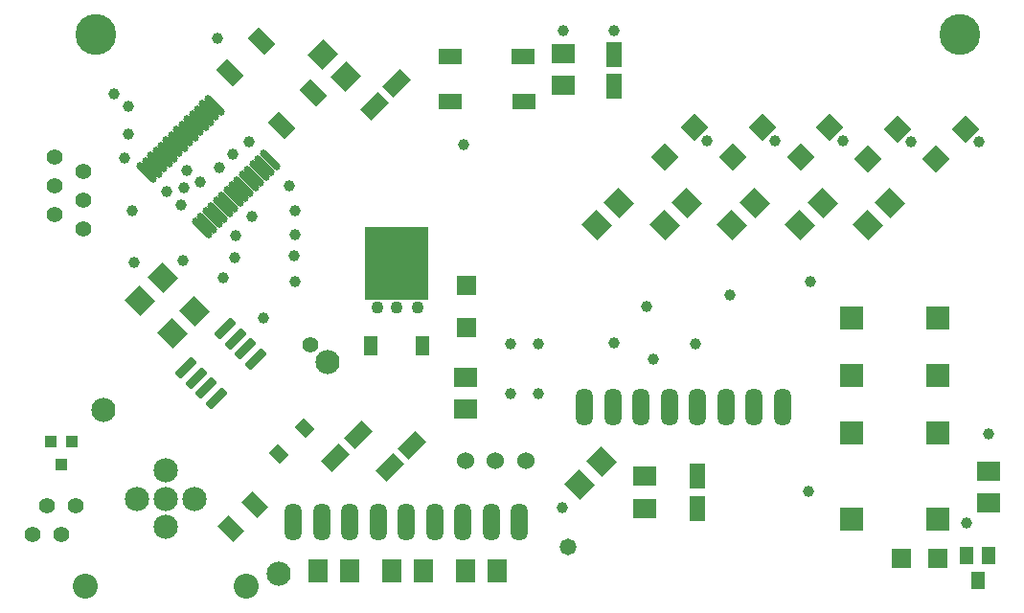
<source format=gts>
G04*
G04 #@! TF.GenerationSoftware,Altium Limited,Altium Designer,19.0.10 (269)*
G04*
G04 Layer_Color=8388736*
%FSLAX25Y25*%
%MOIN*%
G70*
G01*
G75*
G04:AMPARAMS|DCode=36|XSize=82.8mil|YSize=55.24mil|CornerRadius=0mil|HoleSize=0mil|Usage=FLASHONLY|Rotation=135.000|XOffset=0mil|YOffset=0mil|HoleType=Round|Shape=Rectangle|*
%AMROTATEDRECTD36*
4,1,4,0.04881,-0.00974,0.00974,-0.04881,-0.04881,0.00974,-0.00974,0.04881,0.04881,-0.00974,0.0*
%
%ADD36ROTATEDRECTD36*%

%ADD37R,0.07887X0.07099*%
%ADD38R,0.05524X0.08674*%
G04:AMPARAMS|DCode=39|XSize=70.99mil|YSize=78.87mil|CornerRadius=0mil|HoleSize=0mil|Usage=FLASHONLY|Rotation=315.000|XOffset=0mil|YOffset=0mil|HoleType=Round|Shape=Rectangle|*
%AMROTATEDRECTD39*
4,1,4,-0.05298,-0.00278,0.00278,0.05298,0.05298,0.00278,-0.00278,-0.05298,-0.05298,-0.00278,0.0*
%
%ADD39ROTATEDRECTD39*%

G04:AMPARAMS|DCode=40|XSize=86.74mil|YSize=55.24mil|CornerRadius=0mil|HoleSize=0mil|Usage=FLASHONLY|Rotation=45.000|XOffset=0mil|YOffset=0mil|HoleType=Round|Shape=Rectangle|*
%AMROTATEDRECTD40*
4,1,4,-0.01114,-0.05020,-0.05020,-0.01114,0.01114,0.05020,0.05020,0.01114,-0.01114,-0.05020,0.0*
%
%ADD40ROTATEDRECTD40*%

G04:AMPARAMS|DCode=41|XSize=70.99mil|YSize=78.87mil|CornerRadius=0mil|HoleSize=0mil|Usage=FLASHONLY|Rotation=45.000|XOffset=0mil|YOffset=0mil|HoleType=Round|Shape=Rectangle|*
%AMROTATEDRECTD41*
4,1,4,0.00278,-0.05298,-0.05298,0.00278,-0.00278,0.05298,0.05298,-0.00278,0.00278,-0.05298,0.0*
%
%ADD41ROTATEDRECTD41*%

%ADD42R,0.07099X0.07887*%
%ADD43R,0.04737X0.06312*%
%ADD44R,0.06706X0.06706*%
G04:AMPARAMS|DCode=45|XSize=43.83mil|YSize=56.03mil|CornerRadius=0mil|HoleSize=0mil|Usage=FLASHONLY|Rotation=45.000|XOffset=0mil|YOffset=0mil|HoleType=Round|Shape=Rectangle|*
%AMROTATEDRECTD45*
4,1,4,0.00432,-0.03531,-0.03531,0.00432,-0.00432,0.03531,0.03531,-0.00432,0.00432,-0.03531,0.0*
%
%ADD45ROTATEDRECTD45*%

%ADD46P,0.09483X4X90.0*%
%ADD47R,0.06706X0.06706*%
%ADD48R,0.08280X0.05524*%
%ADD49R,0.22060X0.25210*%
%ADD50R,0.04737X0.07099*%
%ADD51R,0.03950X0.04343*%
G04:AMPARAMS|DCode=52|XSize=55.24mil|YSize=79.65mil|CornerRadius=0mil|HoleSize=0mil|Usage=FLASHONLY|Rotation=45.000|XOffset=0mil|YOffset=0mil|HoleType=Round|Shape=Rectangle|*
%AMROTATEDRECTD52*
4,1,4,0.00863,-0.04769,-0.04769,0.00863,-0.00863,0.04769,0.04769,-0.00863,0.00863,-0.04769,0.0*
%
%ADD52ROTATEDRECTD52*%

G04:AMPARAMS|DCode=53|XSize=82.8mil|YSize=31.62mil|CornerRadius=5.77mil|HoleSize=0mil|Usage=FLASHONLY|Rotation=225.000|XOffset=0mil|YOffset=0mil|HoleType=Round|Shape=RoundedRectangle|*
%AMROUNDEDRECTD53*
21,1,0.08280,0.02008,0,0,225.0*
21,1,0.07126,0.03162,0,0,225.0*
1,1,0.01154,-0.03229,-0.01810*
1,1,0.01154,0.01810,0.03229*
1,1,0.01154,0.03229,0.01810*
1,1,0.01154,-0.01810,-0.03229*
%
%ADD53ROUNDEDRECTD53*%
G04:AMPARAMS|DCode=54|XSize=25.72mil|YSize=90.68mil|CornerRadius=0mil|HoleSize=0mil|Usage=FLASHONLY|Rotation=45.000|XOffset=0mil|YOffset=0mil|HoleType=Round|Shape=Round|*
%AMOVALD54*
21,1,0.06496,0.02572,0.00000,0.00000,135.0*
1,1,0.02572,0.02297,-0.02297*
1,1,0.02572,-0.02297,0.02297*
%
%ADD54OVALD54*%

%ADD55C,0.05600*%
%ADD56C,0.04343*%
%ADD57R,0.08159X0.08159*%
%ADD58R,0.08159X0.08159*%
%ADD59C,0.08674*%
%ADD60C,0.08477*%
%ADD61O,0.05997X0.13084*%
%ADD62C,0.03950*%
%ADD63C,0.05524*%
%ADD64C,0.05800*%
%ADD65C,0.05997*%
%ADD66C,0.14186*%
%ADD67C,0.08398*%
%ADD68C,0.04343*%
D36*
X178657Y284434D02*
D03*
X196752Y266339D02*
D03*
X207749Y277613D02*
D03*
X189653Y295709D02*
D03*
D37*
X442717Y134843D02*
D03*
Y145866D02*
D03*
X294685Y291142D02*
D03*
Y280118D02*
D03*
X260827Y178603D02*
D03*
Y167579D02*
D03*
X323031Y133071D02*
D03*
Y144095D02*
D03*
D38*
X312598Y290945D02*
D03*
Y279921D02*
D03*
X341339Y133071D02*
D03*
Y144095D02*
D03*
D39*
X219055Y283110D02*
D03*
X211260Y290905D02*
D03*
D40*
X228977Y273071D02*
D03*
X236771Y280866D02*
D03*
X223386Y158425D02*
D03*
X215591Y150630D02*
D03*
X234292Y147160D02*
D03*
X242086Y154955D02*
D03*
D41*
X166496Y201732D02*
D03*
X158701Y193937D02*
D03*
X147597Y205354D02*
D03*
X155392Y213149D02*
D03*
X300433Y141378D02*
D03*
X308228Y149173D02*
D03*
X314134Y239331D02*
D03*
X306339Y231536D02*
D03*
X337756Y239331D02*
D03*
X329961Y231536D02*
D03*
X361378Y239331D02*
D03*
X353583Y231536D02*
D03*
X377205D02*
D03*
X385000Y239331D02*
D03*
X408622Y239331D02*
D03*
X400827Y231536D02*
D03*
D42*
X220472Y111221D02*
D03*
X209449D02*
D03*
X246063D02*
D03*
X235039D02*
D03*
X271654D02*
D03*
X260630D02*
D03*
D43*
X442717Y116732D02*
D03*
X435236D02*
D03*
X438976Y108071D02*
D03*
D44*
X412598Y115551D02*
D03*
X425197D02*
D03*
D45*
X204721Y160823D02*
D03*
X195673Y151775D02*
D03*
D46*
X340355Y265551D02*
D03*
X330054Y255250D02*
D03*
X363977Y265551D02*
D03*
X353677Y255250D02*
D03*
X387599Y265551D02*
D03*
X377299Y255250D02*
D03*
X411221Y264960D02*
D03*
X400921Y254660D02*
D03*
X434843Y264960D02*
D03*
X424543Y254660D02*
D03*
D47*
X261024Y210433D02*
D03*
Y195866D02*
D03*
D48*
X281102Y274606D02*
D03*
X255512D02*
D03*
X255315Y290354D02*
D03*
X280906D02*
D03*
D49*
X236811Y218307D02*
D03*
D50*
X245768Y189567D02*
D03*
X227854D02*
D03*
D51*
X120079Y148228D02*
D03*
X116339Y156102D02*
D03*
X123819D02*
D03*
D52*
X187444Y134308D02*
D03*
X179064Y125928D02*
D03*
D53*
X174060Y171327D02*
D03*
X170524Y174863D02*
D03*
X166989Y178398D02*
D03*
X163453Y181934D02*
D03*
X177121Y195602D02*
D03*
X180657Y192067D02*
D03*
X184193Y188531D02*
D03*
X187728Y184995D02*
D03*
D54*
X173417Y273335D02*
D03*
X171608Y271525D02*
D03*
X169798Y269716D02*
D03*
X167989Y267906D02*
D03*
X166179Y266097D02*
D03*
X164370Y264287D02*
D03*
X162560Y262478D02*
D03*
X160751Y260668D02*
D03*
X158941Y258859D02*
D03*
X157132Y257049D02*
D03*
X155322Y255240D02*
D03*
X153513Y253430D02*
D03*
X151703Y251621D02*
D03*
X149893Y249811D02*
D03*
X192626Y254126D02*
D03*
X190817Y252316D02*
D03*
X189007Y250507D02*
D03*
X187198Y248697D02*
D03*
X185388Y246888D02*
D03*
X183579Y245078D02*
D03*
X181769Y243269D02*
D03*
X179959Y241459D02*
D03*
X178150Y239650D02*
D03*
X176340Y237840D02*
D03*
X174531Y236031D02*
D03*
X172721Y234221D02*
D03*
X170912Y232412D02*
D03*
X169102Y230602D02*
D03*
D55*
X110079Y124016D02*
D03*
X115079Y134016D02*
D03*
X120079Y124016D02*
D03*
X125079Y134016D02*
D03*
X117953Y255157D02*
D03*
X127953Y250157D02*
D03*
X117953Y245158D02*
D03*
X127953Y240158D02*
D03*
X117953Y235157D02*
D03*
X127953Y230157D02*
D03*
D56*
X425197Y159331D02*
D03*
Y179331D02*
D03*
Y199331D02*
D03*
D57*
D03*
Y179331D02*
D03*
Y159331D02*
D03*
Y129331D02*
D03*
X395197Y199331D02*
D03*
Y179331D02*
D03*
Y159331D02*
D03*
D58*
Y129331D02*
D03*
D59*
X128398Y106000D02*
D03*
X184500D02*
D03*
D60*
X146606Y136315D02*
D03*
X156449Y126472D02*
D03*
X166292Y136315D02*
D03*
X156449Y146158D02*
D03*
Y136315D02*
D03*
D61*
X371063Y168110D02*
D03*
X361221D02*
D03*
X351378D02*
D03*
X321850D02*
D03*
X331693D02*
D03*
X341535D02*
D03*
X312008D02*
D03*
X302165D02*
D03*
X200787Y128347D02*
D03*
X210630D02*
D03*
X220472D02*
D03*
X250000D02*
D03*
X240158D02*
D03*
X230315D02*
D03*
X259842D02*
D03*
X269685D02*
D03*
X279528D02*
D03*
D62*
X326181Y184843D02*
D03*
X260039Y259646D02*
D03*
X392126Y261024D02*
D03*
X415748Y260433D02*
D03*
X435236Y127756D02*
D03*
X276378Y173031D02*
D03*
X286221D02*
D03*
Y190354D02*
D03*
X276378D02*
D03*
X294488Y133268D02*
D03*
X162618Y219094D02*
D03*
X144882Y236568D02*
D03*
X162795Y244488D02*
D03*
X174606Y296654D02*
D03*
X142126Y254921D02*
D03*
X190551Y199213D02*
D03*
X340748Y190354D02*
D03*
X312402Y190551D02*
D03*
X176378Y213117D02*
D03*
X180512Y220079D02*
D03*
X180905Y227953D02*
D03*
X138386Y277165D02*
D03*
X145472Y218504D02*
D03*
X380118Y138976D02*
D03*
X439370Y260433D02*
D03*
X368504Y261024D02*
D03*
X344882D02*
D03*
X312598Y299213D02*
D03*
X294685D02*
D03*
X186417Y234646D02*
D03*
X168504Y246654D02*
D03*
X163779Y250507D02*
D03*
X156693Y243269D02*
D03*
X161950Y238439D02*
D03*
X201378Y212008D02*
D03*
X143307Y272835D02*
D03*
X380906Y211811D02*
D03*
X143307Y263386D02*
D03*
X352953Y207087D02*
D03*
X323819Y203346D02*
D03*
X201186Y220866D02*
D03*
X201378Y228150D02*
D03*
Y236614D02*
D03*
X199409Y245158D02*
D03*
X179921Y256102D02*
D03*
X442717Y159055D02*
D03*
X175000Y251575D02*
D03*
X185388Y260433D02*
D03*
D63*
X206693Y189961D02*
D03*
D64*
X231299Y211024D02*
D03*
X237008Y218504D02*
D03*
X242520Y211024D02*
D03*
Y225787D02*
D03*
X231299D02*
D03*
X296457Y119488D02*
D03*
D65*
X281693Y149606D02*
D03*
X271260D02*
D03*
X260630D02*
D03*
D66*
X432874Y297835D02*
D03*
X132283D02*
D03*
D67*
X134843Y167126D02*
D03*
X212795Y184055D02*
D03*
X195866Y110236D02*
D03*
D68*
X244094Y202953D02*
D03*
X236771D02*
D03*
X230118D02*
D03*
M02*

</source>
